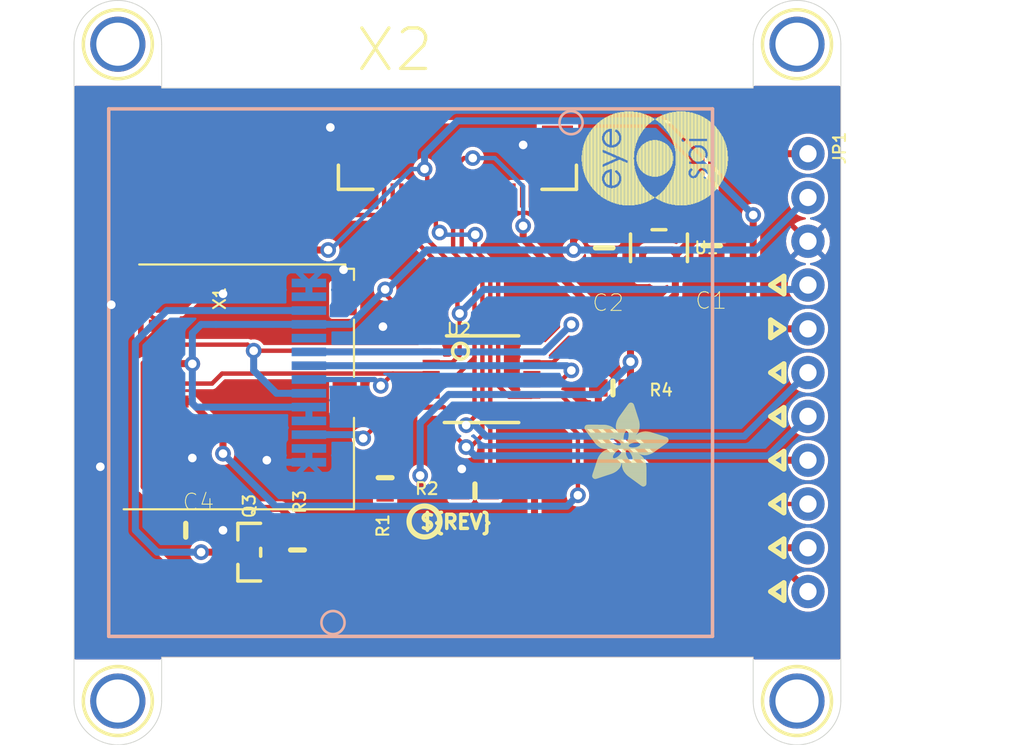
<source format=kicad_pcb>
(kicad_pcb (version 20221018) (generator pcbnew)
  (layers (0 "F.Cu" signal) (1 "In1.Cu" signal) (2 "In2.Cu" signal) (3 "In3.Cu" signal) (4 "In4.Cu" signal) (5 "In5.Cu" signal) (6 "In6.Cu" signal) (7 "In7.Cu" signal) (8 "In8.Cu" signal) (9 "In9.Cu" signal) (10 "In10.Cu" signal) (11 "In11.Cu" signal) (12 "In12.Cu" signal) (13 "In13.Cu" signal) (14 "In14.Cu" signal) (31 "B.Cu" signal) (34 "B.Paste" user) (35 "F.Paste" user) (36 "B.SilkS" user "B.Silkscreen") (37 "F.SilkS" user "F.Silkscreen") (38 "B.Mask" user) (39 "F.Mask" user) (44 "Edge.Cuts" user))
  (net 0 "")
  (net 1 "GND")
  (net 2 "SCK")
  (net 3 "SCK_3V")
  (net 4 "MOSI")
  (net 5 "MOSI_3V")
  (net 6 "MISO")
  (net 7 "+3V3")
  (net 8 "CARDCS")
  (net 9 "CARDCS_3V")
  (net 10 "N$5")
  (net 11 "LITE")
  (net 12 "TFTDC")
  (net 13 "TFTDC_3V")
  (net 14 "TFTCS_3V")
  (net 15 "TFTCS")
  (net 16 "RST_3V")
  (net 17 "VIN")
  (net 18 "TFTRST")
  (footprint "working:FIDUCIAL_1MM" (layer "F.Cu") (at 168.6941 120.4976)
    (fp_text reference "U$3" hide)
    (fp_text value "FIDUCIAL_1MM" hide)
  )
  (footprint "working:PLABEL10" (layer "F.Cu") (at 143.2941 116.4336)
    (fp_text reference "PLABEL10" hide)
    (fp_text value "" hide)
  )
  (footprint "working:SOT23-5" (layer "F.Cu") (at 160.1851 97.7646)
    (fp_text reference "U1")
    (fp_text value "AP2127K-3.3")
  )
  (footprint "working:MOUNTINGHOLE_2.5_PLATED" (layer "F.Cu") (at 128.8161 85.9536)
    (fp_text reference "U$7" hide)
    (fp_text value "MOUNTINGHOLE2.5" hide)
  )
  (footprint "working:PLABEL1" (layer "F.Cu") (at 162.0901 110.5916)
    (fp_text reference "PLABEL1" hide)
    (fp_text value "" hide)
  )
  (footprint "working:PLABEL3" (layer "F.Cu") (at 159.9311 115.6716)
    (fp_text reference "PLABEL3" hide)
    (fp_text value "" hide)
  )
  (footprint "working:SOT23-WIDE" (layer "F.Cu") (at 136.4361 115.4176 90)
    (fp_text reference "Q3")
    (fp_text value "BSS138")
  )
  (footprint "working:FIDUCIAL_1MM" (layer "F.Cu") (at 129.5781 89.7636)
    (fp_text reference "U$4" hide)
    (fp_text value "FIDUCIAL_1MM" hide)
  )
  (footprint "working:PLABEL7" (layer "F.Cu") (at 162.8521 102.9716)
    (fp_text reference "PLABEL7" hide)
    (fp_text value "" hide)
  )
  (footprint "working:MOUNTINGHOLE_2.5_PLATED" (layer "F.Cu") (at 168.1861 85.9536)
    (fp_text reference "U$9" hide)
    (fp_text value "MOUNTINGHOLE2.5" hide)
  )
  (footprint "working:TSSOP16" (layer "F.Cu") (at 149.8981 105.3846 -90)
    (fp_text reference "U2")
    (fp_text value "74HC4050PWR")
  )
  (footprint "working:PLABEL8" (layer "F.Cu") (at 163.4871 118.2116)
    (fp_text reference "PLABEL8" hide)
    (fp_text value "" hide)
  )
  (footprint "working:PLABEL12" (layer "F.Cu") (at 127.0381 120.6246)
    (fp_text reference "PLABEL12" hide)
    (fp_text value "" hide)
  )
  (footprint "working:MOUNTINGHOLE_2.5_PLATED" (layer "F.Cu") (at 128.8161 124.0536)
    (fp_text reference "U$8" hide)
    (fp_text value "MOUNTINGHOLE2.5" hide)
  )
  (footprint "working:PLABEL15" (layer "F.Cu") (at 164.8841 95.3516)
    (fp_text reference "PLABEL15" hide)
    (fp_text value "" hide)
  )
  (footprint "working:MICROSD" (layer "F.Cu") (at 134.9121 106.0196 -90)
    (fp_text reference "X1")
    (fp_text value "MICROSD")
  )
  (footprint "working:PCBFEAT-REV-040" (layer "F.Cu") (at 146.5961 113.6396)
    (fp_text reference "U$2" hide)
    (fp_text value "" hide)
  )
  (footprint "working:PLABEL4" (layer "F.Cu") (at 161.2011 108.0516)
    (fp_text reference "PLABEL4" hide)
    (fp_text value "" hide)
  )
  (footprint "working:PLABEL14" (layer "F.Cu") (at 165.1381 97.7646)
    (fp_text reference "PLABEL14" hide)
    (fp_text value "" hide)
  )
  (footprint "working:0805-NO" (layer "F.Cu") (at 157.0101 97.7646 -90)
    (fp_text reference "C2")
    (fp_text value "10uF")
  )
  (footprint "working:EYE_SPI_DISPLAY_BOTCONTACT" (layer "F.Cu") (at 148.5011 93.5736 180)
    (fp_text reference "X2")
    (fp_text value "EYE_SPI_DISPLAY_FLIP")
  )
  (footprint "working:0603-NO" (layer "F.Cu") (at 157.5181 105.8926)
    (fp_text reference "R4")
    (fp_text value "10K")
  )
  (footprint "working:PLABEL11" (layer "F.Cu") (at 143.2941 118.7196)
    (fp_text reference "PLABEL11" hide)
    (fp_text value "" hide)
  )
  (footprint "working:PLABEL5" (layer "F.Cu") (at 162.8521 105.5116)
    (fp_text reference "PLABEL5" hide)
    (fp_text value "" hide)
  )
  (footprint "working:0603-NO" (layer "F.Cu") (at 139.2301 115.2906 90)
    (fp_text reference "R3")
    (fp_text value "10K")
  )
  (footprint "working:PLABEL0" (layer "F.Cu") (at 165.6461 92.6846)
    (fp_text reference "PLABEL0" hide)
    (fp_text value "" hide)
  )
  (footprint "working:FIDUCIAL_1MM" (layer "F.Cu") (at 168.6941 89.7636)
    (fp_text reference "U$5" hide)
    (fp_text value "FIDUCIAL_1MM" hide)
  )
  (footprint "working:0603-NO" (layer "F.Cu") (at 144.3101 111.0996 -90)
    (fp_text reference "R1")
    (fp_text value "10K")
  )
  (footprint "working:0603-NO" (layer "F.Cu") (at 149.5171 111.8616 180)
    (fp_text reference "R2")
    (fp_text value "10K")
  )
  (footprint "working:1X11_ROUND_76" (layer "F.Cu") (at 168.8211 105.0036 -90)
    (fp_text reference "JP1")
    (fp_text value "")
  )
  (footprint "working:ADAFRUIT_5MM" (layer "F.Cu") (at 155.8671 111.6076)
    (fp_text reference "U$1" hide)
    (fp_text value "" hide)
  )
  (footprint "working:PLABEL2" (layer "F.Cu") (at 163.9951 113.1316)
    (fp_text reference "PLABEL2" hide)
    (fp_text value "" hide)
  )
  (footprint "working:0805-NO" (layer "F.Cu") (at 163.2331 97.6376 -90)
    (fp_text reference "C1")
    (fp_text value "10uF")
  )
  (footprint "working:0603-NO" (layer "F.Cu") (at 132.7531 114.1476)
    (fp_text reference "C4")
    (fp_text value "0.1uF")
  )
  (footprint "working:PLABEL6" (layer "F.Cu") (at 163.6141 100.3046)
    (fp_text reference "PLABEL6" hide)
    (fp_text value "" hide)
  )
  (footprint "working:EYESPI_MINI_LOGO" (layer "F.Cu") (at 164.2491 95.3516 90)
    (fp_text reference "U$17" hide)
    (fp_text value "" hide)
  )
  (footprint "working:PLABEL9" (layer "F.Cu") (at 128.9431 98.2726)
    (fp_text reference "PLABEL9" hide)
    (fp_text value "" hide)
  )
  (footprint "working:PLABEL13" (layer "F.Cu") (at 143.1671 120.8786)
    (fp_text reference "PLABEL13" hide)
    (fp_text value "" hide)
  )
  (footprint "working:MOUNTINGHOLE_2.5_PLATED" (layer "F.Cu") (at 168.1861 124.0536)
    (fp_text reference "U$10" hide)
    (fp_text value "MOUNTINGHOLE2.5" hide)
  )
  (footprint "working:PLABEL16" (layer "B.Cu") (at 167.4241 92.3036 180)
    (fp_text reference "PLABEL16" hide)
    (fp_text value "" hide)
  )
  (footprint "working:PLABEL24" (layer "B.Cu") (at 167.4241 112.6236 180)
    (fp_text reference "PLABEL24" hide)
    (fp_text value "" hide)
  )
  (footprint "working:PLABEL18" (layer "B.Cu") (at 167.4241 97.3836 180)
    (fp_text reference "PLABEL18" hide)
    (fp_text value "" hide)
  )
  (footprint "working:PLABEL19" (layer "B.Cu") (at 167.4241 99.9236 180)
    (fp_text reference "PLABEL19" hide)
    (fp_text value "" hide)
  )
  (footprint "working:PLABEL21" (layer "B.Cu") (at 167.4241 105.0036 180)
    (fp_text reference "PLABEL21" hide)
    (fp_text value "" hide)
  )
  (footprint "working:PLABEL26" (layer "B.Cu") (at 167.4241 117.7036 180)
    (fp_text reference "PLABEL26" hide)
    (fp_text value "" hide)
  )
  (footprint "working:PLABEL22" (layer "B.Cu") (at 167.4241 107.5436 180)
    (fp_text reference "PLABEL22" hide)
    (fp_text value "" hide)
  )
  (footprint "working:PLABEL20" (layer "B.Cu") (at 167.4241 102.4636 180)
    (fp_text reference "PLABEL20" hide)
    (fp_text value "" hide)
  )
  (footprint "working:PLABEL25" (layer "B.Cu") (at 167.4241 115.1636 180)
    (fp_text reference "PLABEL25" hide)
    (fp_text value "" hide)
  )
  (footprint "working:TFT_1.44IN_128_128" (layer "B.Cu") (at 127.0381 105.0036 90)
    (fp_text reference "TFT2" hide)
    (fp_text value "DISP_LCD_ST7735_1.44IN" hide)
  )
  (footprint "working:PLABEL17" (layer "B.Cu") (at 167.4241 94.8436 180)
    (fp_text reference "PLABEL17" hide)
    (fp_text value "" hide)
  )
  (footprint "working:PLABEL23" (layer "B.Cu") (at 167.4241 110.0836 180)
    (fp_text reference "PLABEL23" hide)
    (fp_text value "" hide)
  )
  (gr_line (start 166.6621 101.9556) (end 166.6621 102.9716) (stroke (width 0.3048)) (layer "F.SilkS"))
  (gr_line (start 166.6621 112.6236) (end 167.4241 113.1316) (stroke (width 0.3048)) (layer "F.SilkS"))
  (gr_line (start 167.4241 114.6556) (end 166.6621 115.1636) (stroke (width 0.3048)) (layer "F.SilkS"))
  (gr_line (start 167.4241 99.4156) (end 167.4241 100.4316) (stroke (width 0.3048)) (layer "F.SilkS"))
  (gr_line (start 167.4241 107.0356) (end 166.6621 107.5436) (stroke (width 0.3048)) (layer "F.SilkS"))
  (gr_line (start 167.4241 109.5756) (end 166.6621 110.0836) (stroke (width 0.3048)) (layer "F.SilkS"))
  (gr_line (start 166.6621 102.9716) (end 167.4241 102.4636) (stroke (width 0.3048)) (layer "F.SilkS"))
  (gr_line (start 167.4241 117.1956) (end 167.4241 118.2116) (stroke (width 0.3048)) (layer "F.SilkS"))
  (gr_line (start 167.4241 112.1156) (end 166.6621 112.6236) (stroke (width 0.3048)) (layer "F.SilkS"))
  (gr_line (start 167.4241 110.5916) (end 167.4241 109.5756) (stroke (width 0.3048)) (layer "F.SilkS"))
  (gr_line (start 166.6621 107.5436) (end 167.4241 108.0516) (stroke (width 0.3048)) (layer "F.SilkS"))
  (gr_line (start 167.4241 108.0516) (end 167.4241 107.0356) (stroke (width 0.3048)) (layer "F.SilkS"))
  (gr_line (start 167.4241 118.2116) (end 166.6621 117.7036) (stroke (width 0.3048)) (layer "F.SilkS"))
  (gr_line (start 167.4241 113.1316) (end 167.4241 112.1156) (stroke (width 0.3048)) (layer "F.SilkS"))
  (gr_line (start 167.4241 104.4956) (end 166.6621 105.0036) (stroke (width 0.3048)) (layer "F.SilkS"))
  (gr_line (start 166.6621 105.0036) (end 167.4241 105.5116) (stroke (width 0.3048)) (layer "F.SilkS"))
  (gr_line (start 166.6621 99.9236) (end 167.4241 99.4156) (stroke (width 0.3048)) (layer "F.SilkS"))
  (gr_line (start 167.4241 115.6716) (end 167.4241 114.6556) (stroke (width 0.3048)) (layer "F.SilkS"))
  (gr_line (start 166.6621 117.7036) (end 167.4241 117.1956) (stroke (width 0.3048)) (layer "F.SilkS"))
  (gr_line (start 167.4241 100.4316) (end 166.6621 99.9236) (stroke (width 0.3048)) (layer "F.SilkS"))
  (gr_line (start 167.4241 102.4636) (end 166.6621 101.9556) (stroke (width 0.3048)) (layer "F.SilkS"))
  (gr_line (start 166.6621 110.0836) (end 167.4241 110.5916) (stroke (width 0.3048)) (layer "F.SilkS"))
  (gr_line (start 166.6621 115.1636) (end 167.4241 115.6716) (stroke (width 0.3048)) (layer "F.SilkS"))
  (gr_line (start 167.4241 105.5116) (end 167.4241 104.4956) (stroke (width 0.3048)) (layer "F.SilkS"))
  (gr_line (start 165.6461 88.4936) (end 131.3561 88.4936) (stroke (width 0.05)) (layer "Edge.Cuts"))
  (gr_line (start 126.2761 85.9536) (end 126.2761 124.0536) (stroke (width 0.05)) (layer "Edge.Cuts"))
  (gr_line (start 165.6461 85.9536) (end 165.6461 88.4936) (stroke (width 0.05)) (layer "Edge.Cuts"))
  (gr_line (start 131.3561 88.4936) (end 131.3561 85.9536) (stroke (width 0.05)) (layer "Edge.Cuts"))
  (gr_line (start 165.6461 121.5136) (end 165.6461 124.0536) (stroke (width 0.05)) (layer "Edge.Cuts"))
  (gr_arc (start 131.3561 124.0536) (mid 130.612151 125.849651) (end 128.8161 126.5936) (stroke (width 0.05)) (layer "Edge.Cuts"))
  (gr_arc (start 128.8161 83.4136) (mid 130.612151 84.157549) (end 131.3561 85.9536) (stroke (width 0.05)) (layer "Edge.Cuts"))
  (gr_line (start 131.3561 124.0536) (end 131.3561 121.5136) (stroke (width 0.05)) (layer "Edge.Cuts"))
  (gr_arc (start 168.1861 83.4136) (mid 169.982151 84.157549) (end 170.7261 85.9536) (stroke (width 0.05)) (layer "Edge.Cuts"))
  (gr_line (start 131.3561 121.5136) (end 165.6461 121.5136) (stroke (width 0.05)) (layer "Edge.Cuts"))
  (gr_arc (start 170.7261 124.0536) (mid 169.982151 125.849651) (end 168.1861 126.5936) (stroke (width 0.05)) (layer "Edge.Cuts"))
  (gr_arc (start 128.8161 126.5936) (mid 127.020049 125.849651) (end 126.2761 124.0536) (stroke (width 0.05)) (layer "Edge.Cuts"))
  (gr_line (start 170.7261 124.0536) (end 170.7261 85.9536) (stroke (width 0.05)) (layer "Edge.Cuts"))
  (gr_arc (start 168.1861 126.5936) (mid 166.390049 125.849651) (end 165.6461 124.0536) (stroke (width 0.05)) (layer "Edge.Cuts"))
  (gr_arc (start 126.2761 85.9536) (mid 127.020049 84.157549) (end 128.8161 83.4136) (stroke (width 0.05)) (layer "Edge.Cuts"))
  (gr_arc (start 165.6461 85.9536) (mid 166.390049 84.157549) (end 168.1861 83.4136) (stroke (width 0.05)) (layer "Edge.Cuts"))
  (via (at 144.1831 102.3366) (size 0.9064) (drill 0.5) (layers "F.Cu" "B.Cu") (net 1))
  (via (at 141.8971 99.0346) (size 0.9064) (drill 0.5) (layers "F.Cu" "B.Cu") (net 1))
  (via (at 152.3111 91.7956) (size 0.9064) (drill 0.5) (layers "F.Cu" "B.Cu") (net 1))
  (via (at 148.7551 110.5916) (size 0.9064) (drill 0.5) (layers "F.Cu" "B.Cu") (net 1))
  (via (at 128.4351 101.0666) (size 0.9064) (drill 0.5) (layers "F.Cu" "B.Cu") (net 1))
  (via (at 133.1341 109.9566) (size 0.9064) (drill 0.5) (layers "F.Cu" "B.Cu") (net 1))
  (via (at 134.9121 114.1476) (size 0.9064) (drill 0.5) (layers "F.Cu" "B.Cu") (net 1))
  (via (at 137.4521 110.0836) (size 0.9064) (drill 0.5) (layers "F.Cu" "B.Cu") (net 1))
  (via (at 141.1351 90.7796) (size 0.9064) (drill 0.5) (layers "F.Cu" "B.Cu") (net 1))
  (via (at 127.8001 110.4646) (size 0.9064) (drill 0.5) (layers "F.Cu" "B.Cu") (net 1))
  (via (at 134.9121 100.4316) (size 0.9064) (drill 0.5) (layers "F.Cu" "B.Cu") (net 1))
  (segment (start 139.8931 99.8036) (end 139.8931 100.6036) (width 0.4064) (layer "B.Cu") (net 1))
  (segment (start 139.8931 110.2036) (end 137.5721 110.2036) (width 0.4064) (layer "B.Cu") (net 1))
  (segment (start 139.8931 110.2036) (end 139.8931 109.4036) (width 0.4064) (layer "B.Cu") (net 1))
  (segment (start 137.5721 110.2036) (end 137.4521 110.0836) (width 0.4064) (layer "B.Cu") (net 1))
  (segment (start 148.5011 101.4476) (end 148.6281 101.5746) (width 0.254) (layer "F.Cu") (net 2))
  (segment (start 145.7511 97.0466) (end 148.5011 99.7966) (width 0.254) (layer "F.Cu") (net 2))
  (segment (start 148.2061 104.4096) (end 148.6281 103.9876) (width 0.254) (layer "F.Cu") (net 2))
  (segment (start 145.7511 94.7276) (end 145.7511 97.0466) (width 0.254) (layer "F.Cu") (net 2))
  (segment (start 148.6281 103.9876) (end 148.6281 101.5746) (width 0.254) (layer "F.Cu") (net 2))
  (segment (start 146.9803 104.4096) (end 148.2061 104.4096) (width 0.254) (layer "F.Cu") (net 2))
  (segment (start 148.5011 99.7966) (end 148.5011 101.4476) (width 0.254) (layer "F.Cu") (net 2))
  (via (at 148.6281 101.5746) (size 0.9064) (drill 0.5) (layers "F.Cu" "B.Cu") (net 2))
  (segment (start 168.8211 99.9236) (end 168.5671 100.1776) (width 0.4064) (layer "B.Cu") (net 2))
  (segment (start 168.5671 100.1776) (end 150.0251 100.1776) (width 0.4064) (layer "B.Cu") (net 2))
  (segment (start 148.6281 101.5746) (end 150.0251 100.1776) (width 0.4064) (layer "B.Cu") (net 2))
  (segment (start 136.6901 103.7336) (end 146.9543 103.7336) (width 0.254) (layer "F.Cu") (net 3))
  (segment (start 146.9543 103.7336) (end 146.9803 103.7596) (width 0.254) (layer "F.Cu") (net 3))
  (segment (start 136.3371 103.3806) (end 136.6901 103.7336) (width 0.254) (layer "F.Cu") (net 3))
  (segment (start 131.7651 103.3806) (end 136.3371 103.3806) (width 0.254) (layer "F.Cu") (net 3))
  (via (at 136.6901 103.7336) (size 0.9064) (drill 0.5) (layers "F.Cu" "B.Cu") (net 3))
  (segment (start 136.6901 104.8766) (end 136.6901 103.7336) (width 0.4064) (layer "B.Cu") (net 3))
  (segment (start 139.8931 106.2036) (end 138.0171 106.2036) (width 0.4064) (layer "B.Cu") (net 3))
  (segment (start 138.0171 106.2036) (end 136.6901 104.8766) (width 0.4064) (layer "B.Cu") (net 3))
  (segment (start 146.2511 96.7846) (end 149.4917 100.0252) (width 0.254) (layer "F.Cu") (net 4))
  (segment (start 149.4917 104.14) (end 147.9221 105.7096) (width 0.254) (layer "F.Cu") (net 4))
  (segment (start 149.4917 104.14) (end 149.4917 107.569) (width 0.254) (layer "F.Cu") (net 4))
  (segment (start 149.4917 107.569) (end 149.0091 108.0516) (width 0.254) (layer "F.Cu") (net 4))
  (segment (start 146.2511 94.7276) (end 146.2511 96.7846) (width 0.254) (layer "F.Cu") (net 4))
  (segment (start 149.4917 100.0252) (end 149.4917 104.14) (width 0.254) (layer "F.Cu") (net 4))
  (segment (start 146.9803 105.7096) (end 147.9221 105.7096) (width 0.254) (layer "F.Cu") (net 4))
  (via (at 149.0091 108.0516) (size 0.9064) (drill 0.5) (layers "F.Cu" "B.Cu") (net 4))
  (segment (start 165.1381 108.6866) (end 150.1521 108.6866) (width 0.4064) (layer "B.Cu") (net 4))
  (segment (start 149.5171 108.0516) (end 149.0091 108.0516) (width 0.4064) (layer "B.Cu") (net 4))
  (segment (start 150.1521 108.6866) (end 149.5171 108.0516) (width 0.4064) (layer "B.Cu") (net 4))
  (segment (start 168.8211 105.0036) (end 165.1381 108.6866) (width 0.4064) (layer "B.Cu") (net 4))
  (segment (start 146.9803 105.0596) (end 144.7621 105.0596) (width 0.254) (layer "F.Cu") (net 5))
  (segment (start 131.8231 105.6386) (end 131.7651 105.5806) (width 0.254) (layer "F.Cu") (net 5))
  (segment (start 134.2771 105.6386) (end 131.8231 105.6386) (width 0.254) (layer "F.Cu") (net 5))
  (segment (start 144.7621 105.0596) (end 134.8561 105.0596) (width 0.254) (layer "F.Cu") (net 5))
  (segment (start 144.7621 105.0596) (end 144.0561 105.7656) (width 0.254) (layer "F.Cu") (net 5))
  (segment (start 134.8561 105.0596) (end 134.2771 105.6386) (width 0.254) (layer "F.Cu") (net 5))
  (via (at 144.0561 105.7656) (size 0.9064) (drill 0.5) (layers "F.Cu" "B.Cu") (net 5))
  (segment (start 139.8931 105.4036) (end 140.7541 105.4036) (width 0.4064) (layer "B.Cu") (net 5))
  (segment (start 143.6941 105.4036) (end 144.0561 105.7656) (width 0.3048) (layer "B.Cu") (net 5))
  (segment (start 140.7541 105.4036) (end 143.6941 105.4036) (width 0.3048) (layer "B.Cu") (net 5))
  (segment (start 135.9281 97.8916) (end 132.6391 101.1806) (width 0.4064) (layer "F.Cu") (net 6))
  (segment (start 166.9161 102.4636) (end 165.6461 101.1936) (width 0.4064) (layer "F.Cu") (net 6))
  (segment (start 165.6461 101.1936) (end 165.6461 95.8596) (width 0.4064) (layer "F.Cu") (net 6))
  (segment (start 131.7651 101.1806) (end 132.6391 101.1806) (width 0.4064) (layer "F.Cu") (net 6))
  (segment (start 141.0081 97.8916) (end 135.9281 97.8916) (width 0.4064) (layer "F.Cu") (net 6))
  (segment (start 146.7511 93.3476) (end 146.5961 93.1926) (width 0.254) (layer "F.Cu") (net 6))
  (segment (start 168.8211 102.4636) (end 166.9161 102.4636) (width 0.4064) (layer "F.Cu") (net 6))
  (segment (start 146.7511 94.7276) (end 146.7511 93.3476) (width 0.254) (layer "F.Cu") (net 6))
  (via (at 165.6461 95.8596) (size 0.9064) (drill 0.5) (layers "F.Cu" "B.Cu") (net 6))
  (via (at 141.0081 97.8916) (size 0.9064) (drill 0.5) (layers "F.Cu" "B.Cu") (net 6))
  (via (at 146.5961 93.1926) (size 0.9064) (drill 0.5) (layers "F.Cu" "B.Cu") (net 6))
  (segment (start 145.8341 93.1926) (end 141.1351 97.8916) (width 0.254) (layer "B.Cu") (net 6))
  (segment (start 165.6461 95.8596) (end 160.1851 90.3986) (width 0.4064) (layer "B.Cu") (net 6))
  (segment (start 160.1851 90.3986) (end 148.5011 90.3986) (width 0.4064) (layer "B.Cu") (net 6))
  (segment (start 146.5961 93.1926) (end 145.8341 93.1926) (width 0.254) (layer "B.Cu") (net 6))
  (segment (start 148.5011 90.3986) (end 146.5961 92.3036) (width 0.4064) (layer "B.Cu") (net 6))
  (segment (start 141.1351 97.8916) (end 141.0081 97.8916) (width 0.254) (layer "B.Cu") (net 6))
  (segment (start 146.5961 92.3036) (end 146.5961 93.1926) (width 0.4064) (layer "B.Cu") (net 6))
  (segment (start 138.2751 112.8776) (end 131.898928 112.8776) (width 0.4064) (layer "F.Cu") (net 7))
  (segment (start 158.8851 96.8146) (end 157.0101 96.8146) (width 0.4064) (layer "F.Cu") (net 7))
  (segment (start 155.7226 96.8146) (end 155.2321 97.3051) (width 0.4064) (layer "F.Cu") (net 7))
  (segment (start 130.3401 111.6076) (end 131.6101 112.8776) (width 0.4064) (layer "F.Cu") (net 7))
  (segment (start 146.9803 103.1096) (end 144.3101 100.4394) (width 0.254) (layer "F.Cu") (net 7))
  (segment (start 131.3651 104.4806) (end 130.3401 104.4806) (width 0.4064) (layer "F.Cu") (net 7))
  (segment (start 139.2301 114.4406) (end 139.2301 113.8326) (width 0.4064) (layer "F.Cu") (net 7))
  (segment (start 131.6101 112.8776) (end 131.898928 112.8776) (width 0.4064) (layer "F.Cu") (net 7))
  (segment (start 131.9031 112.884125) (end 131.898928 112.8776) (width 0.4064) (layer "F.Cu") (net 7))
  (segment (start 131.9031 112.884125) (end 131.9031 114.1476) (width 0.4064) (layer "F.Cu") (net 7))
  (segment (start 159.2351 96.4645) (end 159.2351 96.4646) (width 0.4064) (layer "F.Cu") (net 7))
  (segment (start 159.2351 96.4646) (end 158.8851 96.8146) (width 0.4064) (layer "F.Cu") (net 7))
  (segment (start 131.3651 104.4806) (end 133.1491 104.4806) (width 0.4064) (layer "F.Cu") (net 7))
  (segment (start 157.0101 96.8146) (end 155.7226 96.8146) (width 0.4064) (layer "F.Cu") (net 7))
  (segment (start 144.3101 100.4394) (end 144.3101 100.1776) (width 0.254) (layer "F.Cu") (net 7))
  (segment (start 133.1491 104.4806) (end 133.1341 104.4956) (width 0.4064) (layer "F.Cu") (net 7))
  (segment (start 155.2321 97.3051) (end 155.2321 97.8916) (width 0.4064) (layer "F.Cu") (net 7))
  (segment (start 130.3401 111.6076) (end 130.3401 104.4806) (width 0.4064) (layer "F.Cu") (net 7))
  (segment (start 139.2301 113.8326) (end 138.2751 112.8776) (width 0.4064) (layer "F.Cu") (net 7))
  (via (at 155.2321 97.8916) (size 0.9064) (drill 0.5) (layers "F.Cu" "B.Cu") (net 7))
  (via (at 133.1341 104.4956) (size 0.9064) (drill 0.5) (layers "F.Cu" "B.Cu") (net 7))
  (via (at 144.3101 100.1776) (size 0.9064) (drill 0.5) (layers "F.Cu" "B.Cu") (net 7))
  (segment (start 146.7231 97.8916) (end 144.4371 100.1776) (width 0.4064) (layer "B.Cu") (net 7))
  (segment (start 144.3101 100.1776) (end 144.4371 100.1776) (width 0.4064) (layer "B.Cu") (net 7))
  (segment (start 155.2321 97.8916) (end 146.7231 97.8916) (width 0.4064) (layer "B.Cu") (net 7))
  (segment (start 139.8931 107.0036) (end 139.8931 107.8036) (width 0.4064) (layer "B.Cu") (net 7))
  (segment (start 133.1341 102.7176) (end 133.6421 102.2096) (width 0.4064) (layer "B.Cu") (net 7))
  (segment (start 133.1341 106.7816) (end 133.1341 104.4956) (width 0.4064) (layer "B.Cu") (net 7))
  (segment (start 139.8931 107.0036) (end 133.3561 107.0036) (width 0.4064) (layer "B.Cu") (net 7))
  (segment (start 133.3561 107.0036) (end 133.1341 106.7816) (width 0.4064) (layer "B.Cu") (net 7))
  (segment (start 165.7731 97.8916) (end 155.2321 97.8916) (width 0.4064) (layer "B.Cu") (net 7))
  (segment (start 134.5061 102.2096) (end 139.8931 102.2036) (width 0.4064) (layer "B.Cu") (net 7))
  (segment (start 133.6421 102.2096) (end 134.5061 102.2096) (width 0.4064) (layer "B.Cu") (net 7))
  (segment (start 144.3101 100.1776) (end 142.2841 102.2036) (width 0.4064) (layer "B.Cu") (net 7))
  (segment (start 142.2841 102.2036) (end 139.8931 102.2036) (width 0.4064) (layer "B.Cu") (net 7))
  (segment (start 133.1341 104.4956) (end 133.1341 102.7176) (width 0.4064) (layer "B.Cu") (net 7))
  (segment (start 165.7731 97.8916) (end 168.8211 94.8436) (width 0.4064) (layer "B.Cu") (net 7))
  (segment (start 150.4061 111.8226) (end 150.3671 111.8616) (width 0.254) (layer "F.Cu") (net 8))
  (segment (start 150.3671 111.8616) (end 152.8445 111.8616) (width 0.4064) (layer "F.Cu") (net 8))
  (segment (start 152.8445 111.8616) (end 152.9715 111.9886) (width 0.4064) (layer "F.Cu") (net 8))
  (segment (start 153.9621 115.1636) (end 168.8211 115.1636) (width 0.4064) (layer "F.Cu") (net 8))
  (segment (start 150.4061 107.6706) (end 150.4061 111.8226) (width 0.254) (layer "F.Cu") (net 8))
  (segment (start 152.8049 107.6706) (end 150.4061 107.6706) (width 0.254) (layer "F.Cu") (net 8))
  (segment (start 152.9715 111.9886) (end 152.9715 114.173) (width 0.4064) (layer "F.Cu") (net 8))
  (segment (start 152.9715 114.173) (end 153.9621 115.1636) (width 0.4064) (layer "F.Cu") (net 8))
  (segment (start 152.8159 107.6596) (end 152.8049 107.6706) (width 0.254) (layer "F.Cu") (net 8))
  (segment (start 150.4061 99.4156) (end 150.4061 107.6706) (width 0.254) (layer "F.Cu") (net 8))
  (segment (start 148.7511 94.7276) (end 148.7511 97.7606) (width 0.254) (layer "F.Cu") (net 8))
  (segment (start 148.7511 97.7606) (end 150.4061 99.4156) (width 0.254) (layer "F.Cu") (net 8))
  (segment (start 153.9361 107.0096) (end 155.4861 108.5596) (width 0.254) (layer "F.Cu") (net 9))
  (segment (start 132.1651 106.6806) (end 133.0331 106.6806) (width 0.4064) (layer "F.Cu") (net 9))
  (segment (start 134.9121 108.5596) (end 134.9121 109.7026) (width 0.4064) (layer "F.Cu") (net 9))
  (segment (start 152.8159 107.0096) (end 153.9361 107.0096) (width 0.254) (layer "F.Cu") (net 9))
  (segment (start 155.4861 108.5596) (end 155.4861 112.1156) (width 0.254) (layer "F.Cu") (net 9))
  (segment (start 134.9121 108.5596) (end 133.0331 106.6806) (width 0.4064) (layer "F.Cu") (net 9))
  (via (at 134.9121 109.7026) (size 0.9064) (drill 0.5) (layers "F.Cu" "B.Cu") (net 9))
  (via (at 155.4861 112.1156) (size 0.9064) (drill 0.5) (layers "F.Cu" "B.Cu") (net 9))
  (segment (start 154.8511 112.7506) (end 137.9601 112.7506) (width 0.4064) (layer "B.Cu") (net 9))
  (segment (start 137.9601 112.7506) (end 134.9121 109.7026) (width 0.4064) (layer "B.Cu") (net 9))
  (segment (start 154.8511 112.7506) (end 155.4861 112.1156) (width 0.4064) (layer "B.Cu") (net 9))
  (segment (start 135.4361 115.4176) (end 133.6421 115.4176) (width 0.4064) (layer "F.Cu") (net 10))
  (via (at 133.6421 115.4176) (size 0.9064) (drill 0.5) (layers "F.Cu" "B.Cu") (net 10))
  (segment (start 129.8321 114.1476) (end 131.1021 115.4176) (width 0.4064) (layer "B.Cu") (net 10))
  (segment (start 129.8321 103.2256) (end 131.6541 101.4036) (width 0.4064) (layer "B.Cu") (net 10))
  (segment (start 129.8321 103.2256) (end 129.8321 114.1476) (width 0.4064) (layer "B.Cu") (net 10))
  (segment (start 131.1021 115.4176) (end 133.6421 115.4176) (width 0.4064) (layer "B.Cu") (net 10))
  (segment (start 131.6541 101.4036) (end 139.8931 101.4036) (width 0.4064) (layer "B.Cu") (net 10))
  (segment (start 130.3401 100.6856) (end 130.3401 99.6696) (width 0.4064) (layer "F.Cu") (net 11))
  (segment (start 129.5781 114.2746) (end 129.5781 101.4476) (width 0.4064) (layer "F.Cu") (net 11))
  (segment (start 138.99734 116.37336) (end 138.9811 116.3676) (width 0.4064) (layer "F.Cu") (net 11))
  (segment (start 139.479459 116.17496) (end 139.2301 116.1406) (width 0.4064) (layer "F.Cu") (net 11))
  (segment (start 137.4361 116.3676) (end 131.6711 116.3676) (width 0.4064) (layer "F.Cu") (net 11))
  (segment (start 134.1501 95.8596) (end 140.6271 95.8596) (width 0.4064) (layer "F.Cu") (net 11))
  (segment (start 129.5781 101.4476) (end 130.3401 100.6856) (width 0.4064) (layer "F.Cu") (net 11))
  (segment (start 137.4361 116.3676) (end 138.9811 116.3676) (width 0.4064) (layer "F.Cu") (net 11))
  (segment (start 167.5511 116.4336) (end 168.8211 117.7036) (width 0.4064) (layer "F.Cu") (net 11))
  (segment (start 144.7511 95.6726) (end 144.5641 95.8596) (width 0.254) (layer "F.Cu") (net 11))
  (segment (start 167.5511 116.4336) (end 139.7381 116.4336) (width 0.4064) (layer "F.Cu") (net 11))
  (segment (start 130.3401 99.6696) (end 134.1501 95.8596) (width 0.4064) (layer "F.Cu") (net 11))
  (segment (start 138.99734 116.37336) (end 139.2301 116.1406) (width 0.4064) (layer "F.Cu") (net 11))
  (segment (start 131.6711 116.3676) (end 129.5781 114.2746) (width 0.4064) (layer "F.Cu") (net 11))
  (segment (start 139.7381 116.4336) (end 139.479459 116.17496) (width 0.4064) (layer "F.Cu") (net 11))
  (segment (start 144.7511 94.7276) (end 144.7511 95.6726) (width 0.254) (layer "F.Cu") (net 11))
  (segment (start 144.5641 95.8596) (end 140.6271 95.8596) (width 0.254) (layer "F.Cu") (net 11))
  (segment (start 149.52289 97.88581) (end 149.52289 97.01421) (width 0.254) (layer "F.Cu") (net 12))
  (segment (start 151.4983 106.4006) (end 152.7749 106.4006) (width 0.254) (layer "F.Cu") (net 12))
  (segment (start 154.5561 106.3596) (end 160.8201 112.6236) (width 0.254) (layer "F.Cu") (net 12))
  (segment (start 147.2511 96.659) (end 147.2511 94.7276) (width 0.254) (layer "F.Cu") (net 12))
  (segment (start 150.8633 99.226219) (end 149.52289 97.88581) (width 0.254) (layer "F.Cu") (net 12))
  (segment (start 147.4677 96.8756) (end 147.2511 96.659) (width 0.254) (layer "F.Cu") (net 12))
  (segment (start 160.8201 112.6236) (end 168.8211 112.6236) (width 0.254) (layer "F.Cu") (net 12))
  (segment (start 152.8159 106.3596) (end 154.5561 106.3596) (width 0.254) (layer "F.Cu") (net 12))
  (segment (start 150.8633 105.7656) (end 150.8633 99.226219) (width 0.254) (layer "F.Cu") (net 12))
  (segment (start 149.52289 97.01421) (end 149.5345 97.0026) (width 0.254) (layer "F.Cu") (net 12))
  (segment (start 152.7749 106.4006) (end 152.8159 106.3596) (width 0.254) (layer "F.Cu") (net 12))
  (segment (start 150.8633 105.7656) (end 151.4983 106.4006) (width 0.254) (layer "F.Cu") (net 12))
  (via (at 147.4677 96.8756) (size 0.9064) (drill 0.5) (layers "F.Cu" "B.Cu") (net 12))
  (via (at 149.5345 97.0026) (size 0.9064) (drill 0.5) (layers "F.Cu" "B.Cu") (net 12))
  (segment (start 147.4677 96.8756) (end 147.5947 97.0026) (width 0.254) (layer "B.Cu") (net 12))
  (segment (start 149.5345 97.0026) (end 147.5947 97.0026) (width 0.254) (layer "B.Cu") (net 12))
  (segment (start 154.2721 105.7096) (end 155.1051 104.8766) (width 0.254) (layer "F.Cu") (net 13))
  (segment (start 152.8159 105.7096) (end 154.2721 105.7096) (width 0.254) (layer "F.Cu") (net 13))
  (via (at 155.1051 104.8766) (size 0.9064) (drill 0.5) (layers "F.Cu" "B.Cu") (net 13))
  (segment (start 154.8321 104.6036) (end 139.8931 104.6036) (width 0.4064) (layer "B.Cu") (net 13))
  (segment (start 155.1051 104.8766) (end 154.8321 104.6036) (width 0.4064) (layer "B.Cu") (net 13))
  (segment (start 145.4941 106.3596) (end 143.0401 108.8136) (width 0.254) (layer "F.Cu") (net 14))
  (segment (start 146.9803 106.3596) (end 145.4941 106.3596) (width 0.254) (layer "F.Cu") (net 14))
  (via (at 143.0401 108.8136) (size 0.9064) (drill 0.5) (layers "F.Cu" "B.Cu") (net 14))
  (segment (start 139.8931 108.6036) (end 142.8301 108.6036) (width 0.4064) (layer "B.Cu") (net 14))
  (segment (start 142.8301 108.6036) (end 143.0401 108.8136) (width 0.4064) (layer "B.Cu") (net 14))
  (segment (start 149.9489 108.6358) (end 149.2631 109.3216) (width 0.254) (layer "F.Cu") (net 15))
  (segment (start 146.9803 107.0096) (end 147.7131 107.0096) (width 0.254) (layer "F.Cu") (net 15))
  (segment (start 145.6061 107.0096) (end 146.9803 107.0096) (width 0.254) (layer "F.Cu") (net 15))
  (segment (start 149.9489 99.7204) (end 149.9489 108.6358) (width 0.254) (layer "F.Cu") (net 15))
  (segment (start 147.9931 107.2896) (end 147.9931 108.3056) (width 0.254) (layer "F.Cu") (net 15))
  (segment (start 147.7131 107.0096) (end 147.9931 107.2896) (width 0.254) (layer "F.Cu") (net 15))
  (segment (start 148.2511 98.0226) (end 149.9489 99.7204) (width 0.254) (layer "F.Cu") (net 15))
  (segment (start 144.3101 110.2496) (end 144.3101 108.3056) (width 0.254) (layer "F.Cu") (net 15))
  (segment (start 148.2511 94.7276) (end 148.2511 98.0226) (width 0.254) (layer "F.Cu") (net 15))
  (segment (start 147.9931 108.3056) (end 149.0091 109.3216) (width 0.254) (layer "F.Cu") (net 15))
  (segment (start 149.2631 109.3216) (end 149.0091 109.3216) (width 0.254) (layer "F.Cu") (net 15))
  (segment (start 144.3101 108.3056) (end 145.6061 107.0096) (width 0.254) (layer "F.Cu") (net 15))
  (via (at 149.0091 109.3216) (size 0.9064) (drill 0.5) (layers "F.Cu" "B.Cu") (net 15))
  (segment (start 166.5351 109.8296) (end 149.5171 109.8296) (width 0.4064) (layer "B.Cu") (net 15))
  (segment (start 149.5171 109.8296) (end 149.0091 109.3216) (width 0.4064) (layer "B.Cu") (net 15))
  (segment (start 168.8211 107.5436) (end 166.5351 109.8296) (width 0.4064) (layer "B.Cu") (net 15))
  (segment (start 153.5551 103.7596) (end 155.1051 102.2096) (width 0.254) (layer "F.Cu") (net 16))
  (segment (start 152.8159 103.7596) (end 153.5551 103.7596) (width 0.254) (layer "F.Cu") (net 16))
  (via (at 155.1051 102.2096) (size 0.9064) (drill 0.5) (layers "F.Cu" "B.Cu") (net 16))
  (segment (start 153.5111 103.8036) (end 155.1051 102.2096) (width 0.4064) (layer "B.Cu") (net 16))
  (segment (start 153.5111 103.8036) (end 139.8931 103.8036) (width 0.4064) (layer "B.Cu") (net 16))
  (segment (start 144.3981 111.8616) (end 144.3101 111.9496) (width 0.4064) (layer "F.Cu") (net 17))
  (segment (start 160.9471 97.8916) (end 161.2011 98.1456) (width 0.4064) (layer "F.Cu") (net 17))
  (segment (start 163.2331 96.6876) (end 163.2331 91.9226) (width 0.4064) (layer "F.Cu") (net 17))
  (segment (start 144.2511 94.7276) (end 144.2511 91.3466) (width 0.254) (layer "F.Cu") (net 17))
  (segment (start 161.9631 97.6376) (end 161.7091 97.6376) (width 0.4064) (layer "F.Cu") (net 17))
  (segment (start 161.7091 97.6376) (end 161.2011 98.1456) (width 0.4064) (layer "F.Cu") (net 17))
  (segment (start 163.6141 92.3036) (end 163.2331 91.9226) (width 0.4064) (layer "F.Cu") (net 17))
  (segment (start 148.6671 111.8616) (end 146.3421 111.8616) (width 0.4064) (layer "F.Cu") (net 17))
  (segment (start 159.4231 97.8916) (end 159.2351 98.0796) (width 0.4064) (layer "F.Cu") (net 17))
  (segment (start 163.2331 96.6876) (end 163.1721 96.7486) (width 0.4064) (layer "F.Cu") (net 17))
  (segment (start 161.9631 97.6376) (end 162.8521 96.7486) (width 0.4064) (layer "F.Cu") (net 17))
  (segment (start 161.2011 98.1456) (end 161.2011 98.6536) (width 0.4064) (layer "F.Cu") (net 17))
  (segment (start 158.5341 104.3686) (end 158.5341 105.7266) (width 0.4064) (layer "F.Cu") (net 17))
  (segment (start 159.2351 98.0796) (end 159.2351 99.0647) (width 0.4064) (layer "F.Cu") (net 17))
  (segment (start 145.4531 90.1446) (end 161.4551 90.1446) (width 0.4064) (layer "F.Cu") (net 17))
  (segment (start 144.2511 91.3466) (end 145.4531 90.1446) (width 0.4064) (layer "F.Cu") (net 17))
  (segment (start 146.3421 111.8616) (end 146.3421 110.9726) (width 0.4064) (layer "F.Cu") (net 17))
  (segment (start 158.5341 103.0627) (end 158.5341 104.3686) (width 0.4064) (layer "F.Cu") (net 17))
  (segment (start 161.1351 99.0647) (end 161.1351 100.4617) (width 0.4064) (layer "F.Cu") (net 17))
  (segment (start 163.2331 91.9226) (end 161.4551 90.1446) (width 0.4064) (layer "F.Cu") (net 17))
  (segment (start 163.1721 96.7486) (end 162.8521 96.7486) (width 0.4064) (layer "F.Cu") (net 17))
  (segment (start 168.8211 92.3036) (end 163.6141 92.3036) (width 0.4064) (layer "F.Cu") (net 17))
  (segment (start 161.1351 99.0647) (end 161.1351 98.7196) (width 0.4064) (layer "F.Cu") (net 17))
  (segment (start 158.5341 105.7266) (end 158.3681 105.8926) (width 0.4064) (layer "F.Cu") (net 17))
  (segment (start 161.1351 100.4617) (end 158.5341 103.0627) (width 0.4064) (layer "F.Cu") (net 17))
  (segment (start 159.4231 97.8916) (end 160.9471 97.8916) (width 0.4064) (layer "F.Cu") (net 17))
  (segment (start 161.1351 98.7196) (end 161.2011 98.6536) (width 0.4064) (layer "F.Cu") (net 17))
  (segment (start 146.3421 111.8616) (end 144.3981 111.8616) (width 0.4064) (layer "F.Cu") (net 17))
  (via (at 158.5341 104.3686) (size 0.9064) (drill 0.5) (layers "F.Cu" "B.Cu") (net 17))
  (via (at 146.3421 110.9726) (size 0.9064) (drill 0.5) (layers "F.Cu" "B.Cu") (net 17))
  (segment (start 158.5341 104.4956) (end 158.5341 104.3686) (width 0.4064) (layer "B.Cu") (net 17))
  (segment (start 146.3421 107.9246) (end 147.9931 106.2736) (width 0.4064) (layer "B.Cu") (net 17))
  (segment (start 146.3421 110.9726) (end 146.3421 107.9246) (width 0.4064) (layer "B.Cu") (net 17))
  (segment (start 147.9931 106.2736) (end 156.7561 106.2736) (width 0.4064) (layer "B.Cu") (net 17))
  (segment (start 156.7561 106.2736) (end 158.5341 104.4956) (width 0.4064) (layer "B.Cu") (net 17))
  (segment (start 154.5971 103.8606) (end 156.6291 103.8606) (width 0.254) (layer "F.Cu") (net 18))
  (segment (start 159.732018 110.0836) (end 168.8211 110.0836) (width 0.4064) (layer "F.Cu") (net 18))
  (segment (start 159.732018 110.0836) (end 156.6681 107.019682) (width 0.4064) (layer "F.Cu") (net 18))
  (segment (start 147.7511 93.6886) (end 147.7511 94.7276) (width 0.254) (layer "F.Cu") (net 18))
  (segment (start 156.6291 103.8606) (end 156.6291 101.5746) (width 0.4064) (layer "F.Cu") (net 18))
  (segment (start 154.0481 104.4096) (end 154.5971 103.8606) (width 0.254) (layer "F.Cu") (net 18))
  (segment (start 148.8821 92.5576) (end 147.7511 93.6886) (width 0.254) (layer "F.Cu") (net 18))
  (segment (start 156.6681 105.8926) (end 156.6681 105.1696) (width 0.4064) (layer "F.Cu") (net 18))
  (segment (start 156.6291 105.1306) (end 156.6291 103.8606) (width 0.4064) (layer "F.Cu") (net 18))
  (segment (start 156.6681 105.8926) (end 156.6681 107.019682) (width 0.4064) (layer "F.Cu") (net 18))
  (segment (start 156.6291 101.5746) (end 152.3111 97.2566) (width 0.4064) (layer "F.Cu") (net 18))
  (segment (start 156.6681 105.1696) (end 156.6291 105.1306) (width 0.4064) (layer "F.Cu") (net 18))
  (segment (start 152.8159 104.4096) (end 154.0481 104.4096) (width 0.254) (layer "F.Cu") (net 18))
  (segment (start 149.3901 92.5576) (end 148.8821 92.5576) (width 0.254) (layer "F.Cu") (net 18))
  (segment (start 152.3111 97.2566) (end 152.3111 96.4946) (width 0.4064) (layer "F.Cu") (net 18))
  (via (at 149.3901 92.5576) (size 0.9064) (drill 0.5) (layers "F.Cu" "B.Cu") (net 18))
  (via (at 152.3111 96.4946) (size 0.9064) (drill 0.5) (layers "F.Cu" "B.Cu") (net 18))
  (segment (start 152.3111 96.4946) (end 152.3111 94.2086) (width 0.254) (layer "B.Cu") (net 18))
  (segment (start 152.3111 94.2086) (end 150.6601 92.5576) (width 0.254) (layer "B.Cu") (net 18))
  (segment (start 150.6601 92.5576) (end 149.3901 92.5576) (width 0.254) (layer "B.Cu") (net 18))
  (zone (net 1) (net_name "GND") (layer "F.Cu") (priority 6) (connect_pads (clearance 0.000001)) (min_thickness 0.127) (fill yes (thermal_gap 0.304) (thermal_bridge_width 0.304))
    (polygon (pts (xy 170.8531 121.6406) (xy 126.1491 121.6406) (xy 126.1491 88.3666) (xy 170.8531 88.3666)))
  )
  (zone (net 1) (net_name "GND") (layer "B.Cu") (priority 6) (connect_pads (clearance 0.000001)) (min_thickness 0.127) (fill yes (thermal_gap 0.304) (thermal_bridge_width 0.304))
    (polygon (pts (xy 170.8531 121.6406) (xy 126.1491 121.6406) (xy 126.1491 88.3666) (xy 170.8531 88.3666)))
  )
)
</source>
